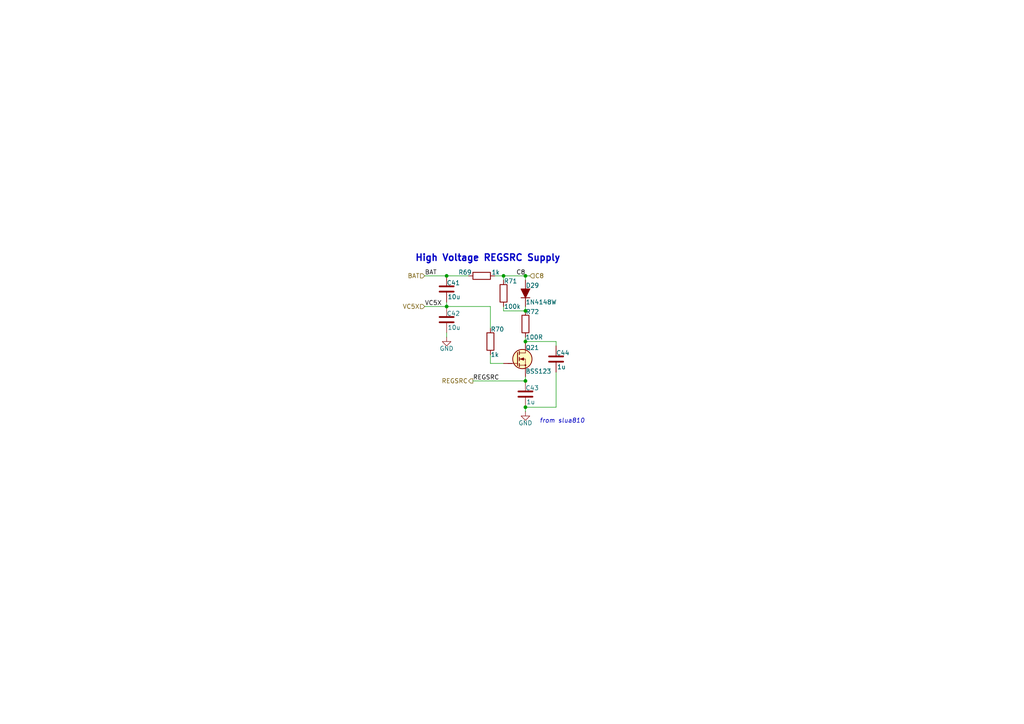
<source format=kicad_sch>
(kicad_sch (version 20250114) (generator "eeschema") (generator_version "9.0")
  (paper "A4")
  (lib_symbols
    (symbol "BSS123_1" (pin_numbers (hide yes)) (pin_names (hide yes))
      (property "Reference" "Q" (at 5.08 1.27 0))
      (property "Value" "BSS123" (at 5.08 -1.27 0))
      (symbol "BSS123_1_0_1"
        (polyline (pts (xy 0.254 1.905) (xy 0.254 -1.905)) (stroke (width 0.254)))
        (polyline (pts (xy 0.254 -1.27) (xy -2.54 -1.27)))
        (polyline (pts (xy 0.762 2.286) (xy 0.762 1.27)) (stroke (width 0.254)))
        (polyline (pts (xy 0.762 0.508) (xy 0.762 -0.508)) (stroke (width 0.254)))
        (polyline (pts (xy 0.762 -1.27) (xy 0.762 -2.286)) (stroke (width 0.254)))
        (polyline (pts (xy 0.762 -1.778) (xy 2.54 -1.778)))
        (polyline (pts (xy 1.016 0) (xy 2.032 0.381) (xy 2.032 -0.381) (xy 1.016 0)) (fill (type outline)))
        (circle (center 1.651 0) (radius 2.794) (stroke (width 0.254)) (fill (type background)))
        (polyline (pts (xy 2.54 2.54) (xy 2.54 1.778)))
        (polyline (pts (xy 2.54 1.778) (xy 0.762 1.778)))
        (circle (center 2.54 -1.778) (radius 0.1778) (fill (type outline)))
        (polyline (pts (xy 2.54 -2.54) (xy 2.54 0) (xy 0.762 0)))
      )
      (symbol "BSS123_1_1_1"
        (pin input line (at -3.81 -1.27 0) (length 2.54) (name "G") (number "1"))
        (pin passive line (at 2.54 5.08 270) (length 2.54) (name "D") (number "3"))
        (pin passive line (at 2.54 -5.08 90) (length 2.54) (name "S") (number "2"))
      )
    )
    (symbol "Device:C" (pin_numbers (hide yes)) (pin_names (offset 0.254))
      (property "Reference" "C" (at 0.635 2.54 0))
      (property "Value" "C" (at 0.635 -2.54 0))
      (symbol "C_0_1"
        (polyline (pts (xy -2.032 0.762) (xy 2.032 0.762)) (stroke (width 0.508)))
        (polyline (pts (xy -2.032 -0.762) (xy 2.032 -0.762)) (stroke (width 0.508)))
      )
      (symbol "C_1_1"
        (pin passive line (at 0 3.81 270) (length 2.794) (name "~") (number "1"))
        (pin passive line (at 0 -3.81 90) (length 2.794) (name "~") (number "2"))
      )
    )
    (symbol "Device:R" (pin_numbers (hide yes)) (pin_names (offset 0))
      (property "Reference" "R" (at 2.032 0 90))
      (property "Value" "R" (at 0 0 90))
      (symbol "R_0_1"
        (rectangle (start -1.016 -2.54) (end 1.016 2.54) (stroke (width 0.254)))
      )
      (symbol "R_1_1"
        (pin passive line (at 0 3.81 270) (length 1.27) (name "~") (number "1"))
        (pin passive line (at 0 -3.81 90) (length 1.27) (name "~") (number "2"))
      )
    )
    (symbol "PCM_Diode_AKL:1N4148W" (pin_numbers (hide yes)) (pin_names (offset 1.016) (hide yes))
      (property "Reference" "D" (at 0 5.08 0))
      (property "Value" "1N4148W" (at 0 2.54 0))
      (symbol "1N4148W_0_1"
        (polyline (pts (xy -1.27 1.27) (xy -1.27 -1.27) (xy 1.27 0) (xy -1.27 1.27)) (stroke (width 0.254)) (fill (type outline)))
        (polyline (pts (xy -1.27 0) (xy 1.27 0)))
        (polyline (pts (xy 1.27 1.27) (xy 1.27 -1.27)) (stroke (width 0.254)))
      )
      (symbol "1N4148W_0_2"
        (polyline (pts (xy -2.54 -2.54) (xy 2.54 2.54)))
        (polyline (pts (xy -0.889 -0.889) (xy -1.778 0) (xy 0.889 0.889) (xy 0 -1.778) (xy -0.889 -0.889)) (stroke (width 0.254)) (fill (type outline)))
        (polyline (pts (xy 0 1.778) (xy 1.778 0)) (stroke (width 0.254)))
      )
      (symbol "1N4148W_1_1"
        (pin passive line (at -3.81 0 0) (length 2.54) (name "A") (number "2"))
        (pin passive line (at 3.81 0 180) (length 2.54) (name "K") (number "1"))
      )
      (symbol "1N4148W_1_2"
        (pin passive line (at -2.54 -2.54 0) (length 0) (name "A") (number "2"))
        (pin passive line (at 2.54 2.54 180) (length 0) (name "K") (number "1"))
      )
    )
    (symbol "power:GND" (power) (pin_numbers (hide yes)) (pin_names (offset 0) (hide yes))
      (property "Value" "GND" (at 0 -3.81 0))
      (symbol "GND_0_1"
        (polyline (pts (xy 0 0) (xy 0 -1.27) (xy 1.27 -1.27) (xy 0 -2.54) (xy -1.27 -1.27) (xy 0 -1.27)))
      )
      (symbol "GND_1_1"
        (pin power_in line (at 0 0 270) (length 0) (name "~") (number "1"))
      )
    )
  )
  (text "from slua810" (at 163.068 122.174 0) (effects (font (size 1.27 1.27) (thickness 0.1588) (italic yes))))
  (text "High Voltage REGSRC Supply" (at 141.478 74.93 0) (effects (font (size 1.905 1.905) (thickness 0.381) (bold yes))))
  (junction (at 152.4 90.17))
  (junction (at 129.54 88.9))
  (junction (at 152.4 99.06))
  (junction (at 152.4 110.49))
  (junction (at 152.4 80.01))
  (junction (at 129.54 80.01))
  (junction (at 146.05 80.01))
  (junction (at 152.4 118.11))
  (wire (pts (xy 146.05 81.28) (xy 146.05 80.01)))
  (wire (pts (xy 152.4 109.22) (xy 152.4 110.49)))
  (wire (pts (xy 152.4 99.06) (xy 161.29 99.06)))
  (wire (pts (xy 129.54 88.9) (xy 142.24 88.9)))
  (wire (pts (xy 152.4 97.79) (xy 152.4 99.06)))
  (wire (pts (xy 129.54 80.01) (xy 135.89 80.01)))
  (wire (pts (xy 161.29 99.06) (xy 161.29 100.33)))
  (wire (pts (xy 129.54 97.79) (xy 129.54 96.52)))
  (wire (pts (xy 142.24 88.9) (xy 142.24 95.25)))
  (wire (pts (xy 142.24 102.87) (xy 142.24 105.41)))
  (wire (pts (xy 137.16 110.49) (xy 152.4 110.49)))
  (wire (pts (xy 142.24 105.41) (xy 146.05 105.41)))
  (wire (pts (xy 161.29 107.95) (xy 161.29 118.11)))
  (wire (pts (xy 123.19 80.01) (xy 129.54 80.01)))
  (wire (pts (xy 152.4 118.11) (xy 161.29 118.11)))
  (wire (pts (xy 152.4 80.01) (xy 153.67 80.01)))
  (wire (pts (xy 152.4 118.11) (xy 152.4 119.38)))
  (wire (pts (xy 143.51 80.01) (xy 146.05 80.01)))
  (wire (pts (xy 146.05 90.17) (xy 152.4 90.17)))
  (wire (pts (xy 146.05 88.9) (xy 146.05 90.17)))
  (wire (pts (xy 123.19 88.9) (xy 129.54 88.9)))
  (wire (pts (xy 129.54 87.63) (xy 129.54 88.9)))
  (wire (pts (xy 152.4 80.01) (xy 152.4 81.28)))
  (wire (pts (xy 152.4 88.9) (xy 152.4 90.17)))
  (wire (pts (xy 146.05 80.01) (xy 152.4 80.01)))
  (label "VC5X" (at 123.19 88.9 0))
  (label "REGSRC" (at 137.16 110.49 0) (effects (font (thickness 0.1588))))
  (label "C8" (at 152.4 80.01 180) (effects (font (thickness 0.1588))))
  (label "BAT" (at 123.19 80.01 0))
  (hierarchical_label "REGSRC" (shape output) (at 137.16 110.49 180))
  (hierarchical_label "BAT" (shape input) (at 123.19 80.01 180))
  (hierarchical_label "VC5X" (shape input) (at 123.19 88.9 180))
  (hierarchical_label "C8" (shape input) (at 153.67 80.01 0))
  (symbol (lib_name "BSS123_1") (lib_id "PCM_Transistor_MOSFET_AKL:BSS123") (at 149.86 104.14 0) (unit 1)
    (property "Reference" "Q21" (at 152.4 100.838 0) (effects (justify left)))
    (property "Value" "BSS123" (at 152.4 107.696 0) (effects (justify left)))
    (property "Datasheet" "https://www.tme.eu/Document/ad8ba97d41c3fa59dd12a838ef660cd2/BSS123-FAI.pdf" (effects (hide yes)))
    (property "Description" "SOT-23 N-MOSFET enchancement mode transistor, 100V, 170mA, 360mW, Alternate KiCAD Library" (effects (hide yes)))
  )
  (symbol (lib_id "power:GND") (at 129.54 97.79 0) (unit 1)
    (property "Reference" "#PWR034" (effects (hide yes)))
    (property "Value" "GND" (at 131.572 101.092 0) (effects (justify right)))
    (property "Description" "Power symbol creates a global label with name \"GND\" , ground" (effects (hide yes)))
  )
  (symbol (lib_id "power:GND") (at 152.4 119.38 0) (unit 1)
    (property "Reference" "#PWR035" (effects (hide yes)))
    (property "Value" "GND" (at 154.432 122.682 0) (effects (justify right)))
    (property "Description" "Power symbol creates a global label with name \"GND\" , ground" (effects (hide yes)))
  )
  (symbol (lib_id "Device:C") (at 129.54 92.71 0) (mirror x) (unit 1)
    (property "Reference" "C42" (at 129.54 90.932 0) (effects (justify left)))
    (property "Value" "10u" (at 129.794 94.996 0) (effects (justify left)))
    (property "Footprint" "Capacitor_SMD:C_1206_3216Metric_Pad1.33x1.80mm_HandSolder" (effects (hide yes)))
    (property "Description" "Unpolarized capacitor" (effects (hide yes)))
    (property "Link" "https://mou.sr/4l54Mdx" (effects (hide yes)))
    (property "Manufacturer Part Number" " CL31A106KBHNNNE" (effects (hide yes)))
    (property "Price per Unit" "0.11" (effects (hide yes)))
    (property "Supplier" "Mouser" (effects (hide yes)))
    (property "Supplier Part Number" "187-CL31A106KBHNNNE" (effects (hide yes)))
  )
  (symbol (lib_id "Device:R") (at 146.05 85.09 0) (mirror y) (unit 1)
    (property "Reference" "R71" (at 148.082 81.534 0))
    (property "Value" "100k" (at 148.59 88.9 0))
    (property "Description" "Resistor" (effects (hide yes)))
  )
  (symbol (lib_id "Device:R") (at 142.24 99.06 0) (mirror y) (unit 1)
    (property "Reference" "R70" (at 144.272 95.504 0))
    (property "Value" "1k" (at 143.51 102.87 0))
    (property "Description" "Resistor" (effects (hide yes)))
  )
  (symbol (lib_id "Device:C") (at 129.54 83.82 0) (mirror x) (unit 1)
    (property "Reference" "C41" (at 129.54 82.042 0) (effects (justify left)))
    (property "Value" "10u" (at 129.794 86.106 0) (effects (justify left)))
    (property "Footprint" "Capacitor_SMD:C_1206_3216Metric_Pad1.33x1.80mm_HandSolder" (effects (hide yes)))
    (property "Description" "Unpolarized capacitor" (effects (hide yes)))
    (property "Link" "https://mou.sr/4l54Mdx" (effects (hide yes)))
    (property "Manufacturer Part Number" " CL31A106KBHNNNE" (effects (hide yes)))
    (property "Price per Unit" "0.11" (effects (hide yes)))
    (property "Supplier" "Mouser" (effects (hide yes)))
    (property "Supplier Part Number" "187-CL31A106KBHNNNE" (effects (hide yes)))
  )
  (symbol (lib_id "PCM_Diode_AKL:1N4148W") (at 152.4 85.09 270) (unit 1)
    (property "Reference" "D29" (at 154.432 82.804 90))
    (property "Value" "1N4148W" (at 156.972 87.63 90))
    (property "Footprint" "1N4148W:SODFL3816X120N" (effects (hide yes)))
    (property "Datasheet" "https://datasheet.octopart.com/1N4148W-HE3-18-Vishay-datasheet-17291302.pdf" (effects (hide yes)))
    (property "Description" "SOD-123 Diode, Small Signal, Fast Switching, 75V, 150mA, 4ns, Alternate KiCad Library" (effects (hide yes)))
    (property "Link" "https://mou.sr/3kOR7fV" (effects (hide yes)))
    (property "Manufacturer Part Number" "1N4148W" (effects (hide yes)))
    (property "Price per Unit" "0.10" (effects (hide yes)))
    (property "Supplier" "Mouser" (effects (hide yes)))
    (property "Supplier Part Number" "637-1N4148W" (effects (hide yes)))
  )
  (symbol (lib_id "Device:C") (at 152.4 114.3 0) (mirror x) (unit 1)
    (property "Reference" "C43" (at 152.4 112.522 0) (effects (justify left)))
    (property "Value" "1u" (at 152.654 116.586 0) (effects (justify left)))
    (property "Footprint" "Capacitor_SMD:C_1206_3216Metric_Pad1.33x1.80mm_HandSolder" (effects (hide yes)))
    (property "Description" "Unpolarized capacitor" (effects (hide yes)))
    (property "Link" "https://mou.sr/41y0aEA" (effects (hide yes)))
    (property "Manufacturer Part Number" "CL31B105KBHNNNE" (effects (hide yes)))
    (property "Price per Unit" "0.11" (effects (hide yes)))
    (property "Supplier" "Mouser" (effects (hide yes)))
    (property "Supplier Part Number" "187-CL31B105KBHNNNE" (effects (hide yes)))
  )
  (symbol (lib_id "Device:C") (at 161.29 104.14 0) (mirror x) (unit 1)
    (property "Reference" "C44" (at 161.29 102.362 0) (effects (justify left)))
    (property "Value" "1u" (at 161.544 106.426 0) (effects (justify left)))
    (property "Footprint" "Capacitor_SMD:C_1206_3216Metric_Pad1.33x1.80mm_HandSolder" (effects (hide yes)))
    (property "Description" "Unpolarized capacitor" (effects (hide yes)))
    (property "Link" "https://mou.sr/41y0aEA" (effects (hide yes)))
    (property "Manufacturer Part Number" "CL31B105KBHNNNE" (effects (hide yes)))
    (property "Price per Unit" "0.11" (effects (hide yes)))
    (property "Supplier" "Mouser" (effects (hide yes)))
    (property "Supplier Part Number" "187-CL31B105KBHNNNE" (effects (hide yes)))
  )
  (symbol (lib_id "Device:R") (at 152.4 93.98 0) (mirror y) (unit 1)
    (property "Reference" "R72" (at 154.432 90.424 0))
    (property "Value" "100R" (at 154.94 97.79 0))
    (property "Description" "Resistor" (effects (hide yes)))
  )
  (symbol (lib_id "Device:R") (at 139.7 80.01 90) (mirror x) (unit 1)
    (property "Reference" "R69" (at 134.874 78.994 90))
    (property "Value" "1k" (at 143.764 78.994 90))
    (property "Description" "Resistor" (effects (hide yes)))
  )
)
</source>
